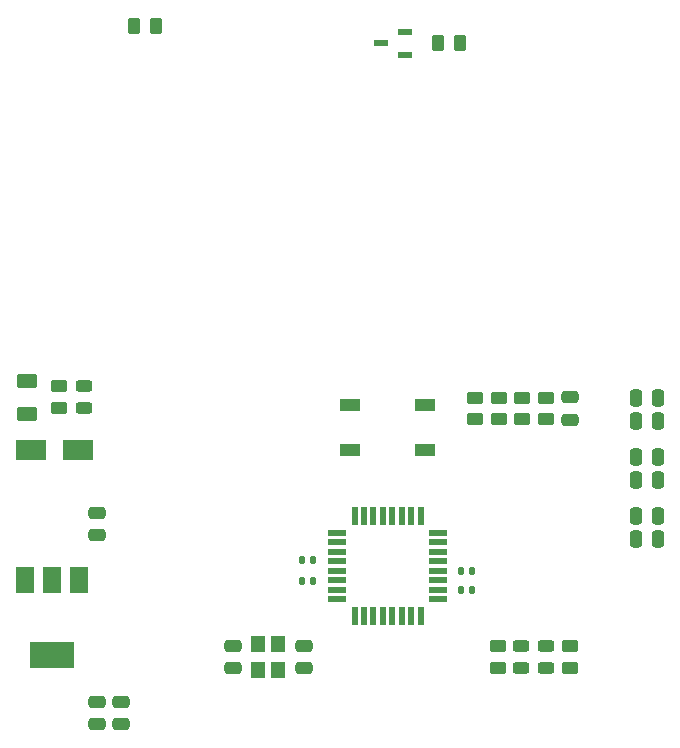
<source format=gbr>
%TF.GenerationSoftware,KiCad,Pcbnew,(6.0.6)*%
%TF.CreationDate,2022-12-21T22:14:54+09:00*%
%TF.ProjectId,SO2-GasSensor_DevelopmentKit_V1.0,534f322d-4761-4735-9365-6e736f725f44,rev?*%
%TF.SameCoordinates,Original*%
%TF.FileFunction,Paste,Top*%
%TF.FilePolarity,Positive*%
%FSLAX46Y46*%
G04 Gerber Fmt 4.6, Leading zero omitted, Abs format (unit mm)*
G04 Created by KiCad (PCBNEW (6.0.6)) date 2022-12-21 22:14:54*
%MOMM*%
%LPD*%
G01*
G04 APERTURE LIST*
G04 Aperture macros list*
%AMRoundRect*
0 Rectangle with rounded corners*
0 $1 Rounding radius*
0 $2 $3 $4 $5 $6 $7 $8 $9 X,Y pos of 4 corners*
0 Add a 4 corners polygon primitive as box body*
4,1,4,$2,$3,$4,$5,$6,$7,$8,$9,$2,$3,0*
0 Add four circle primitives for the rounded corners*
1,1,$1+$1,$2,$3*
1,1,$1+$1,$4,$5*
1,1,$1+$1,$6,$7*
1,1,$1+$1,$8,$9*
0 Add four rect primitives between the rounded corners*
20,1,$1+$1,$2,$3,$4,$5,0*
20,1,$1+$1,$4,$5,$6,$7,0*
20,1,$1+$1,$6,$7,$8,$9,0*
20,1,$1+$1,$8,$9,$2,$3,0*%
G04 Aperture macros list end*
%ADD10R,1.500000X2.200000*%
%ADD11R,3.800000X2.200000*%
%ADD12RoundRect,0.140000X-0.140000X-0.170000X0.140000X-0.170000X0.140000X0.170000X-0.140000X0.170000X0*%
%ADD13RoundRect,0.250000X0.450000X-0.262500X0.450000X0.262500X-0.450000X0.262500X-0.450000X-0.262500X0*%
%ADD14RoundRect,0.243750X0.456250X-0.243750X0.456250X0.243750X-0.456250X0.243750X-0.456250X-0.243750X0*%
%ADD15RoundRect,0.250000X-0.475000X0.250000X-0.475000X-0.250000X0.475000X-0.250000X0.475000X0.250000X0*%
%ADD16RoundRect,0.140000X0.140000X0.170000X-0.140000X0.170000X-0.140000X-0.170000X0.140000X-0.170000X0*%
%ADD17RoundRect,0.250000X0.250000X0.475000X-0.250000X0.475000X-0.250000X-0.475000X0.250000X-0.475000X0*%
%ADD18RoundRect,0.250000X-0.450000X0.262500X-0.450000X-0.262500X0.450000X-0.262500X0.450000X0.262500X0*%
%ADD19RoundRect,0.250000X0.262500X0.450000X-0.262500X0.450000X-0.262500X-0.450000X0.262500X-0.450000X0*%
%ADD20RoundRect,0.250000X-0.262500X-0.450000X0.262500X-0.450000X0.262500X0.450000X-0.262500X0.450000X0*%
%ADD21R,1.300000X0.600000*%
%ADD22R,1.200000X1.400000*%
%ADD23RoundRect,0.243750X-0.456250X0.243750X-0.456250X-0.243750X0.456250X-0.243750X0.456250X0.243750X0*%
%ADD24R,1.600000X0.550000*%
%ADD25R,0.550000X1.600000*%
%ADD26R,2.500000X1.800000*%
%ADD27R,1.700000X1.000000*%
%ADD28RoundRect,0.250000X0.625000X-0.375000X0.625000X0.375000X-0.625000X0.375000X-0.625000X-0.375000X0*%
%ADD29RoundRect,0.250000X0.475000X-0.250000X0.475000X0.250000X-0.475000X0.250000X-0.475000X-0.250000X0*%
G04 APERTURE END LIST*
D10*
%TO.C,U1*%
X33700000Y-147950000D03*
X31400000Y-147950000D03*
X29100000Y-147950000D03*
D11*
X31400000Y-154250000D03*
%TD*%
D12*
%TO.C,C6*%
X66020000Y-147150000D03*
X66980000Y-147150000D03*
%TD*%
D13*
%TO.C,R6*%
X69100000Y-155362500D03*
X69100000Y-153537500D03*
%TD*%
D14*
%TO.C,D4*%
X71100000Y-155367500D03*
X71100000Y-153492500D03*
%TD*%
D15*
%TO.C,C10*%
X46700000Y-153500000D03*
X46700000Y-155400000D03*
%TD*%
D16*
%TO.C,C8*%
X53500000Y-148050000D03*
X52540000Y-148050000D03*
%TD*%
D17*
%TO.C,C17*%
X82700000Y-137500000D03*
X80800000Y-137500000D03*
%TD*%
D13*
%TO.C,R7*%
X67200000Y-134312500D03*
X67200000Y-132487500D03*
%TD*%
D18*
%TO.C,R1*%
X32000000Y-131537500D03*
X32000000Y-133362500D03*
%TD*%
D19*
%TO.C,R9*%
X40162500Y-101000000D03*
X38337500Y-101000000D03*
%TD*%
D20*
%TO.C,R8*%
X64087500Y-102500000D03*
X65912500Y-102500000D03*
%TD*%
D21*
%TO.C,Q1*%
X61300000Y-103450000D03*
X61300000Y-101550000D03*
X59200000Y-102500000D03*
%TD*%
D15*
%TO.C,C2*%
X35200000Y-142250000D03*
X35200000Y-144150000D03*
%TD*%
D22*
%TO.C,Y1*%
X48850000Y-153350000D03*
X48850000Y-155550000D03*
X50550000Y-155550000D03*
X50550000Y-153350000D03*
%TD*%
D15*
%TO.C,C12*%
X75200000Y-132450000D03*
X75200000Y-134350000D03*
%TD*%
D12*
%TO.C,C9*%
X66020000Y-148750000D03*
X66980000Y-148750000D03*
%TD*%
D17*
%TO.C,C16*%
X82700000Y-144500000D03*
X80800000Y-144500000D03*
%TD*%
D16*
%TO.C,C7*%
X53500000Y-146200000D03*
X52540000Y-146200000D03*
%TD*%
D23*
%TO.C,D2*%
X34100000Y-131532500D03*
X34100000Y-133407500D03*
%TD*%
D15*
%TO.C,C4*%
X35200000Y-158250000D03*
X35200000Y-160150000D03*
%TD*%
D13*
%TO.C,R3*%
X73200000Y-134312500D03*
X73200000Y-132487500D03*
%TD*%
%TO.C,R2*%
X75200000Y-155362500D03*
X75200000Y-153537500D03*
%TD*%
D24*
%TO.C,U2*%
X55550000Y-143950000D03*
X55550000Y-144750000D03*
X55550000Y-145550000D03*
X55550000Y-146350000D03*
X55550000Y-147150000D03*
X55550000Y-147950000D03*
X55550000Y-148750000D03*
X55550000Y-149550000D03*
D25*
X57000000Y-151000000D03*
X57800000Y-151000000D03*
X58600000Y-151000000D03*
X59400000Y-151000000D03*
X60200000Y-151000000D03*
X61000000Y-151000000D03*
X61800000Y-151000000D03*
X62600000Y-151000000D03*
D24*
X64050000Y-149550000D03*
X64050000Y-148750000D03*
X64050000Y-147950000D03*
X64050000Y-147150000D03*
X64050000Y-146350000D03*
X64050000Y-145550000D03*
X64050000Y-144750000D03*
X64050000Y-143950000D03*
D25*
X62600000Y-142500000D03*
X61800000Y-142500000D03*
X61000000Y-142500000D03*
X60200000Y-142500000D03*
X59400000Y-142500000D03*
X58600000Y-142500000D03*
X57800000Y-142500000D03*
X57000000Y-142500000D03*
%TD*%
D26*
%TO.C,D1*%
X33600000Y-136950000D03*
X29600000Y-136950000D03*
%TD*%
D17*
%TO.C,C14*%
X82700000Y-139500000D03*
X80800000Y-139500000D03*
%TD*%
%TO.C,C15*%
X82700000Y-134500000D03*
X80800000Y-134500000D03*
%TD*%
D27*
%TO.C,S1*%
X56650000Y-133100000D03*
X62950000Y-133100000D03*
X56650000Y-136900000D03*
X62950000Y-136900000D03*
%TD*%
D28*
%TO.C,F1*%
X29300000Y-133850000D03*
X29300000Y-131050000D03*
%TD*%
D29*
%TO.C,C11*%
X52700000Y-155400000D03*
X52700000Y-153500000D03*
%TD*%
D14*
%TO.C,D3*%
X73200000Y-155367500D03*
X73200000Y-153492500D03*
%TD*%
D15*
%TO.C,C5*%
X37200000Y-158250000D03*
X37200000Y-160150000D03*
%TD*%
D18*
%TO.C,R4*%
X71200000Y-132487500D03*
X71200000Y-134312500D03*
%TD*%
D13*
%TO.C,R5*%
X69200000Y-134312500D03*
X69200000Y-132487500D03*
%TD*%
D17*
%TO.C,C13*%
X82700000Y-142500000D03*
X80800000Y-142500000D03*
%TD*%
%TO.C,C18*%
X82700000Y-132500000D03*
X80800000Y-132500000D03*
%TD*%
M02*

</source>
